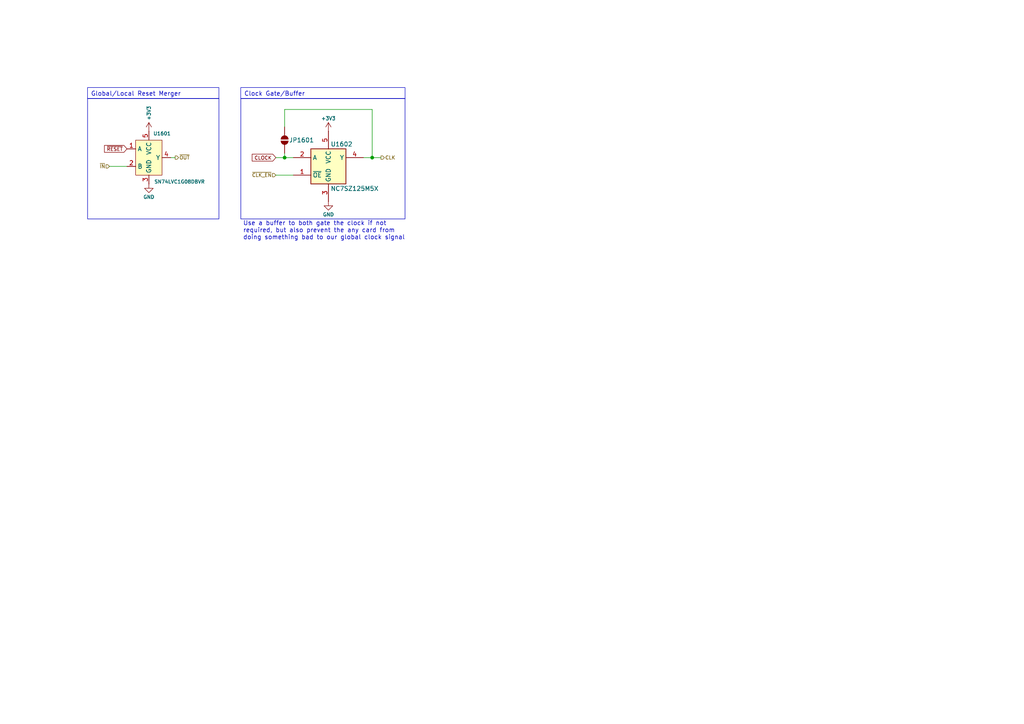
<source format=kicad_sch>
(kicad_sch (version 20250114) (generator "eeschema") (generator_version "9.0")
  (paper "A4")
  (title_block (title "Clock and Reset Gate") (company "Ashet Technologies") (comment 1 "This sheet contains the facilities to provide a locally triggerable ~{RESET} signal and") (comment 2 "a buffered version of the global clock signal"))
  (lib_symbols
    (symbol "74xGxx:NC7SZ125M5X"
      (property "Reference" "U" (at -5.08 6.35 0))
      (property "Value" "NC7SZ125M5X" (at 7.62 6.35 0))
      (symbol "NC7SZ125M5X_0_1"
        (rectangle (start -5.08 5.08) (end 5.08 -5.08) (stroke (width 0.254)) (fill (type background)))
      )
      (symbol "NC7SZ125M5X_1_1"
        (pin input line (at -10.16 2.54 0) (length 5.08) (name "A") (number "2"))
        (pin input line (at -10.16 -2.54 0) (length 5.08) (name "~{OE}") (number "1"))
        (pin power_in line (at 0 10.16 270) (length 5.08) (name "VCC") (number "5"))
        (pin power_in line (at 0 -10.16 90) (length 5.08) (name "GND") (number "3"))
        (pin output line (at 10.16 2.54 180) (length 5.08) (name "Y") (number "4"))
      )
    )
    (symbol "Home Computer:SN74LVC1G08DBVR"
      (property "Reference" "U" (at 0.635 5.715 0))
      (property "Value" "SN74LVC1G08DBVR" (at 0.635 -5.715 0))
      (symbol "SN74LVC1G08DBVR_1_1"
        (rectangle (start -3.81 5.08) (end 3.81 -5.08) (fill (type background)))
        (pin input line (at -6.35 2.54 0) (length 2.54) (name "A") (number "1"))
        (pin input line (at -6.35 -2.54 0) (length 2.54) (name "B") (number "2"))
        (pin power_in line (at 0 7.62 270) (length 2.54) (name "VCC") (number "5"))
        (pin power_in line (at 0 -7.62 90) (length 2.54) (name "GND") (number "3"))
        (pin input line (at 6.35 0 180) (length 2.54) (name "Y") (number "4"))
      )
    )
    (symbol "Jumper:SolderJumper_2_Open" (pin_numbers (hide yes)) (pin_names (offset 0) (hide yes)) (in_bom no)
      (property "Reference" "JP" (at 0 2.032 0))
      (property "Value" "SolderJumper_2_Open" (at 0 -2.54 0))
      (symbol "SolderJumper_2_Open_0_1"
        (polyline (pts (xy -0.254 1.016) (xy -0.254 -1.016)))
        (arc (start -0.254 -1.016) (mid -1.2656 0) (end -0.254 1.016))
        (arc (start -0.254 -1.016) (mid -1.2656 0) (end -0.254 1.016) (fill (type outline)))
        (arc (start 0.254 1.016) (mid 1.2656 0) (end 0.254 -1.016))
        (arc (start 0.254 1.016) (mid 1.2656 0) (end 0.254 -1.016) (fill (type outline)))
        (polyline (pts (xy 0.254 1.016) (xy 0.254 -1.016)))
      )
      (symbol "SolderJumper_2_Open_1_1"
        (pin passive line (at -3.81 0 0) (length 2.54) (name "A") (number "1"))
        (pin passive line (at 3.81 0 180) (length 2.54) (name "B") (number "2"))
      )
    )
    (symbol "power:+3V3" (power) (pin_numbers (hide yes)) (pin_names (offset 0) (hide yes))
      (property "Value" "+3V3" (at 0 3.556 0))
      (symbol "+3V3_0_1"
        (polyline (pts (xy -0.762 1.27) (xy 0 2.54)))
        (polyline (pts (xy 0 2.54) (xy 0.762 1.27)))
        (polyline (pts (xy 0 0) (xy 0 2.54)))
      )
      (symbol "+3V3_1_1"
        (pin power_in line (at 0 0 90) (length 0) (name "~") (number "1"))
      )
    )
    (symbol "power:GND" (power) (pin_numbers (hide yes)) (pin_names (offset 0) (hide yes))
      (property "Value" "GND" (at 0 -3.81 0))
      (symbol "GND_0_1"
        (polyline (pts (xy 0 0) (xy 0 -1.27) (xy 1.27 -1.27) (xy 0 -2.54) (xy -1.27 -1.27) (xy 0 -1.27)))
      )
      (symbol "GND_1_1"
        (pin power_in line (at 0 0 270) (length 0) (name "~") (number "1"))
      )
    )
  )
  (rectangle (start 69.85 28.575) (end 117.475 63.5))
  (rectangle (start 25.4 28.575) (end 63.5 63.5))
  (text "Use a buffer to both gate the clock if not\nrequired, but also prevent the any card from\ndoing something bad to our global clock signal" (at 70.485 64.135 0) (effects (font (size 1.27 1.27)) (justify left top)))
  (text_box "Clock Gate/Buffer" (at 69.85 25.4 0) (size 47.625 3.175) (margins 0.9525 0.9525 0.9525 0.9525) (fill (type color) (color 255 255 255 1)) (effects (font (size 1.27 1.27)) (justify left top)))
  (text_box "Global/Local Reset Merger" (at 25.4 25.4 0) (size 38.1 3.175) (margins 0.9525 0.9525 0.9525 0.9525) (fill (type color) (color 255 255 255 1)) (effects (font (size 1.27 1.27)) (justify left top)))
  (junction (at 107.95 45.72))
  (junction (at 82.55 45.72))
  (wire (pts (xy 82.55 45.72) (xy 85.09 45.72)))
  (wire (pts (xy 82.55 31.75) (xy 107.95 31.75)))
  (wire (pts (xy 80.01 45.72) (xy 82.55 45.72)))
  (wire (pts (xy 80.01 50.8) (xy 85.09 50.8)))
  (wire (pts (xy 107.95 31.75) (xy 107.95 45.72)))
  (wire (pts (xy 107.95 45.72) (xy 110.49 45.72)))
  (wire (pts (xy 105.41 45.72) (xy 107.95 45.72)))
  (wire (pts (xy 31.75 48.26) (xy 36.83 48.26)))
  (wire (pts (xy 49.53 45.72) (xy 50.8 45.72)))
  (wire (pts (xy 82.55 36.83) (xy 82.55 31.75)))
  (wire (pts (xy 82.55 44.45) (xy 82.55 45.72)))
  (global_label "CLOCK" (shape input) (at 80.01 45.72 180) (effects (font (size 1.016 1.016))) (property "Intersheetrefs" "${INTERSHEET_REFS}" (effects (hide yes))))
  (global_label "~{RESET}" (shape input) (at 36.83 43.18 180) (effects (font (size 1.016 1.016))) (property "Intersheetrefs" "${INTERSHEET_REFS}" (effects (hide yes))))
  (hierarchical_label "~{CLK_EN}" (shape input) (at 80.01 50.8 180) (effects (font (size 1.016 1.016))))
  (hierarchical_label "~{IN}" (shape input) (at 31.75 48.26 180) (effects (font (size 1.016 1.016))))
  (hierarchical_label "CLK" (shape output) (at 110.49 45.72 0) (effects (font (size 1.016 1.016))))
  (hierarchical_label "~{OUT}" (shape output) (at 50.8 45.72 0) (effects (font (size 1.016 1.016))))
  (symbol (lib_id "power:GND") (at 43.18 53.34 0) (unit 1)
    (property "Reference" "#PWR0602" (effects (hide yes)))
    (property "Value" "GND" (at 43.18 57.15 0) (effects (font (size 1.016 1.016))))
    (property "Description" "Power symbol creates a global label with name \"GND\" , ground" (effects (hide yes)))
    (instances (project "Backplane" (path "" (reference "#PWR01602") (unit 1)) (path "" (reference "#PWR0902") (unit 1)) (path "" (reference "#PWR01902") (unit 1)) (path "" (reference "#PWR01302") (unit 1)) (path "" (reference "#PWR02802") (unit 1)) (path "" (reference "#PWR0602") (unit 1)) (path "" (reference "#PWR02402") (unit 1))))
  )
  (symbol (lib_id "power:+3V3") (at 43.18 38.1 0) (mirror y) (unit 1)
    (property "Reference" "#PWR0601" (effects (hide yes)))
    (property "Value" "+3V3" (at 43.18 34.925 90) (effects (font (size 1.016 1.016)) (justify left)))
    (property "Description" "Power symbol creates a global label with name \"+3V3\"" (effects (hide yes)))
    (instances (project "Backplane" (path "" (reference "#PWR01601") (unit 1)) (path "" (reference "#PWR0901") (unit 1)) (path "" (reference "#PWR01901") (unit 1)) (path "" (reference "#PWR01301") (unit 1)) (path "" (reference "#PWR02801") (unit 1)) (path "" (reference "#PWR0601") (unit 1)) (path "" (reference "#PWR02401") (unit 1))))
  )
  (symbol (lib_id "power:+3V3") (at 95.25 38.1 0) (unit 1)
    (property "Reference" "#PWR0603" (effects (hide yes)))
    (property "Value" "+3V3" (at 95.25 34.925 0) (effects (font (size 1.016 1.016)) (justify bottom)))
    (property "Description" "Power symbol creates a global label with name \"+3V3\"" (effects (hide yes)))
    (instances (project "Backplane" (path "" (reference "#PWR01603") (unit 1)) (path "" (reference "#PWR0903") (unit 1)) (path "" (reference "#PWR01903") (unit 1)) (path "" (reference "#PWR01303") (unit 1)) (path "" (reference "#PWR02803") (unit 1)) (path "" (reference "#PWR0603") (unit 1)) (path "" (reference "#PWR02403") (unit 1))))
  )
  (symbol (lib_id "power:GND") (at 95.25 58.42 0) (unit 1)
    (property "Reference" "#PWR0604" (effects (hide yes)))
    (property "Value" "GND" (at 95.25 62.23 0) (effects (font (size 1.016 1.016))))
    (property "Description" "Power symbol creates a global label with name \"GND\" , ground" (effects (hide yes)))
    (instances (project "Backplane" (path "" (reference "#PWR01604") (unit 1)) (path "" (reference "#PWR0904") (unit 1)) (path "" (reference "#PWR01904") (unit 1)) (path "" (reference "#PWR01304") (unit 1)) (path "" (reference "#PWR02804") (unit 1)) (path "" (reference "#PWR0604") (unit 1)) (path "" (reference "#PWR02404") (unit 1))))
  )
  (symbol (lib_id "Jumper:SolderJumper_2_Open") (at 82.55 40.64 270) (mirror x) (unit 1) (in_bom no)
    (property "Reference" "JP601" (at 83.82 40.64 90) (effects (justify left)))
    (property "Value" "SolderJumper_2_Open" (effects (hide yes)))
    (property "Footprint" "Jumper:SolderJumper-2_P1.3mm_Open_RoundedPad1.0x1.5mm" (effects (hide yes)))
    (property "Description" "Solder Jumper, 2-pole, open" (effects (hide yes)))
    (instances (project "Backplane" (path "" (reference "JP1601") (unit 1)) (path "" (reference "JP901") (unit 1)) (path "" (reference "JP1901") (unit 1)) (path "" (reference "JP1301") (unit 1)) (path "" (reference "JP2801") (unit 1)) (path "" (reference "JP601") (unit 1)) (path "" (reference "JP2401") (unit 1))))
  )
  (symbol (lib_id "Home Computer:SN74LVC1G08DBVR") (at 43.18 45.72 0) (unit 1)
    (property "Reference" "U601" (at 46.99 38.735 0) (effects (font (size 1.016 1.016))))
    (property "Value" "SN74LVC1G08DBVR" (at 52.07 52.705 0) (effects (font (size 1.016 1.016))))
    (property "Footprint" "Package_TO_SOT_SMD:SOT-23-5" (effects (hide yes)))
    (property "Datasheet" "https://www.ti.com/lit/ds/symlink/sn74lvc1g08.pdf" (effects (hide yes)))
    (property "Description" "Single 2-Input Positive-AND Gate" (effects (hide yes)))
    (instances (project "Backplane" (path "" (reference "U1601") (unit 1)) (path "" (reference "U901") (unit 1)) (path "" (reference "U1901") (unit 1)) (path "" (reference "U1301") (unit 1)) (path "" (reference "U2801") (unit 1)) (path "" (reference "U601") (unit 1)) (path "" (reference "U2401") (unit 1))))
  )
  (symbol (lib_id "74xGxx:NC7SZ125M5X") (at 95.25 48.26 0) (unit 1)
    (property "Reference" "U602" (at 95.885 42.545 0) (effects (justify left bottom)))
    (property "Value" "NC7SZ125M5X" (at 95.885 53.975 0) (effects (justify left top)))
    (property "Footprint" "Package_TO_SOT_SMD:SOT-23-5" (effects (hide yes)))
    (property "Datasheet" "https://www.onsemi.com/pdf/datasheet/nc7sz125-d.pdf" (effects (hide yes)))
    (property "Description" "TinyLogic UHS Buffer, Tri-State Output, SOT-23-5" (effects (hide yes)))
    (instances (project "Backplane" (path "" (reference "U1602") (unit 1)) (path "" (reference "U902") (unit 1)) (path "" (reference "U1902") (unit 1)) (path "" (reference "U1302") (unit 1)) (path "" (reference "U2802") (unit 1)) (path "" (reference "U602") (unit 1)) (path "" (reference "U2402") (unit 1))))
  )
)
</source>
